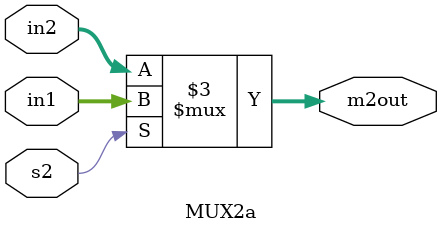
<source format=v>
`timescale 1ns / 1ps

module MUX2a (in1, in2, s2, m2out);
    
    input [2:0] in1, in2;
    input s2;
    output reg [2:0] m2out;

    always @ (in1, in2, s2)
    begin
        if (s2)
            m2out = in1;
        else
            m2out = in2;
    end
endmodule //MUX2
</source>
